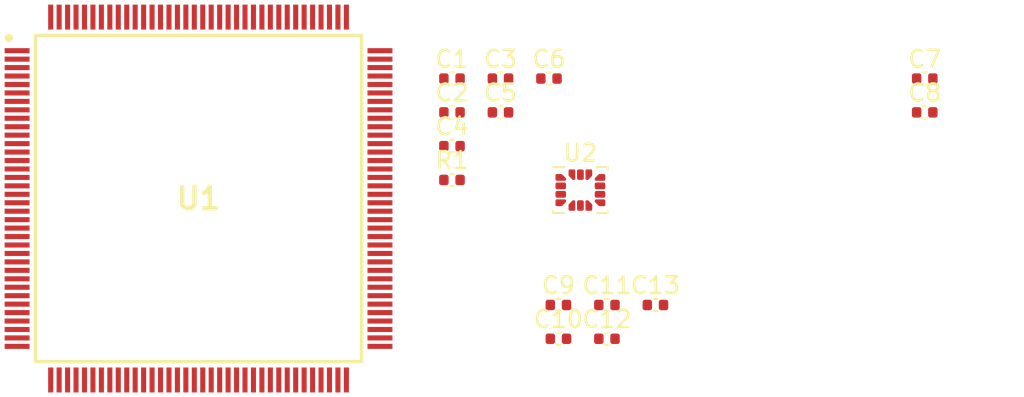
<source format=kicad_pcb>
(kicad_pcb (version 20171130) (host pcbnew "(5.1.12)-1")

  (general
    (thickness 1.6)
    (drawings 0)
    (tracks 0)
    (zones 0)
    (modules 16)
    (nets 137)
  )

  (page A4)
  (layers
    (0 F.Cu signal)
    (31 B.Cu signal)
    (32 B.Adhes user)
    (33 F.Adhes user)
    (34 B.Paste user)
    (35 F.Paste user)
    (36 B.SilkS user)
    (37 F.SilkS user)
    (38 B.Mask user)
    (39 F.Mask user)
    (40 Dwgs.User user)
    (41 Cmts.User user)
    (42 Eco1.User user)
    (43 Eco2.User user)
    (44 Edge.Cuts user)
    (45 Margin user)
    (46 B.CrtYd user)
    (47 F.CrtYd user)
    (48 B.Fab user)
    (49 F.Fab user)
  )

  (setup
    (last_trace_width 0.25)
    (trace_clearance 0.2)
    (zone_clearance 0.508)
    (zone_45_only no)
    (trace_min 0.2)
    (via_size 0.8)
    (via_drill 0.4)
    (via_min_size 0.4)
    (via_min_drill 0.3)
    (uvia_size 0.3)
    (uvia_drill 0.1)
    (uvias_allowed no)
    (uvia_min_size 0.2)
    (uvia_min_drill 0.1)
    (edge_width 0.05)
    (segment_width 0.2)
    (pcb_text_width 0.3)
    (pcb_text_size 1.5 1.5)
    (mod_edge_width 0.12)
    (mod_text_size 1 1)
    (mod_text_width 0.15)
    (pad_size 1.524 1.524)
    (pad_drill 0.762)
    (pad_to_mask_clearance 0)
    (aux_axis_origin 0 0)
    (visible_elements 7FFFFFFF)
    (pcbplotparams
      (layerselection 0x010fc_ffffffff)
      (usegerberextensions false)
      (usegerberattributes true)
      (usegerberadvancedattributes true)
      (creategerberjobfile true)
      (excludeedgelayer true)
      (linewidth 0.100000)
      (plotframeref false)
      (viasonmask false)
      (mode 1)
      (useauxorigin false)
      (hpglpennumber 1)
      (hpglpenspeed 20)
      (hpglpendiameter 15.000000)
      (psnegative false)
      (psa4output false)
      (plotreference true)
      (plotvalue true)
      (plotinvisibletext false)
      (padsonsilk false)
      (subtractmaskfromsilk false)
      (outputformat 1)
      (mirror false)
      (drillshape 1)
      (scaleselection 1)
      (outputdirectory ""))
  )

  (net 0 "")
  (net 1 GND)
  (net 2 VFBSMPS)
  (net 3 +3V3)
  (net 4 VREF)
  (net 5 "Net-(U1-Pad144)")
  (net 6 "Net-(U1-Pad143)")
  (net 7 "Net-(U1-Pad142)")
  (net 8 "Net-(U1-Pad141)")
  (net 9 "Net-(U1-Pad140)")
  (net 10 "Net-(U1-Pad139)")
  (net 11 "Net-(U1-Pad138)")
  (net 12 "Net-(U1-Pad137)")
  (net 13 "Net-(U1-Pad136)")
  (net 14 "Net-(U1-Pad135)")
  (net 15 "Net-(U1-Pad134)")
  (net 16 "Net-(U1-Pad133)")
  (net 17 "Net-(U1-Pad132)")
  (net 18 "Net-(U1-Pad131)")
  (net 19 "Net-(U1-Pad130)")
  (net 20 "Net-(U1-Pad127)")
  (net 21 "Net-(U1-Pad126)")
  (net 22 "Net-(U1-Pad125)")
  (net 23 "Net-(U1-Pad124)")
  (net 24 "Net-(U1-Pad123)")
  (net 25 "Net-(U1-Pad122)")
  (net 26 "Net-(U1-Pad121)")
  (net 27 "Net-(U1-Pad120)")
  (net 28 "Net-(U1-Pad117)")
  (net 29 "Net-(U1-Pad116)")
  (net 30 "Net-(U1-Pad115)")
  (net 31 "Net-(U1-Pad114)")
  (net 32 "Net-(U1-Pad113)")
  (net 33 "Net-(U1-Pad112)")
  (net 34 "Net-(U1-Pad111)")
  (net 35 "Net-(U1-Pad110)")
  (net 36 "Net-(U1-Pad109)")
  (net 37 "Net-(U1-Pad108)")
  (net 38 "Net-(U1-Pad107)")
  (net 39 "Net-(U1-Pad106)")
  (net 40 "Net-(U1-Pad105)")
  (net 41 "Net-(U1-Pad104)")
  (net 42 "Net-(U1-Pad103)")
  (net 43 "Net-(U1-Pad102)")
  (net 44 "Net-(U1-Pad101)")
  (net 45 "Net-(U1-Pad100)")
  (net 46 "Net-(U1-Pad99)")
  (net 47 "Net-(U1-Pad98)")
  (net 48 "Net-(U1-Pad97)")
  (net 49 "Net-(U1-Pad96)")
  (net 50 "Net-(U1-Pad95)")
  (net 51 "Net-(U1-Pad94)")
  (net 52 "Net-(U1-Pad93)")
  (net 53 "Net-(U1-Pad92)")
  (net 54 "Net-(U1-Pad91)")
  (net 55 "Net-(U1-Pad90)")
  (net 56 "Net-(U1-Pad89)")
  (net 57 "Net-(U1-Pad88)")
  (net 58 "Net-(U1-Pad87)")
  (net 59 "Net-(U1-Pad86)")
  (net 60 "Net-(U1-Pad85)")
  (net 61 "Net-(U1-Pad84)")
  (net 62 "Net-(U1-Pad83)")
  (net 63 "Net-(U1-Pad82)")
  (net 64 "Net-(U1-Pad81)")
  (net 65 "Net-(U1-Pad78)")
  (net 66 "Net-(U1-Pad77)")
  (net 67 "Net-(U1-Pad76)")
  (net 68 "Net-(U1-Pad75)")
  (net 69 "Net-(U1-Pad74)")
  (net 70 "Net-(U1-Pad73)")
  (net 71 "Net-(U1-Pad72)")
  (net 72 "Net-(U1-Pad71)")
  (net 73 "Net-(U1-Pad70)")
  (net 74 "Net-(U1-Pad69)")
  (net 75 "Net-(U1-Pad68)")
  (net 76 "Net-(U1-Pad67)")
  (net 77 "Net-(U1-Pad66)")
  (net 78 "Net-(U1-Pad65)")
  (net 79 "Net-(U1-Pad64)")
  (net 80 "Net-(U1-Pad63)")
  (net 81 "Net-(U1-Pad62)")
  (net 82 "Net-(U1-Pad61)")
  (net 83 "Net-(U1-Pad60)")
  (net 84 "Net-(U1-Pad59)")
  (net 85 "Net-(U1-Pad58)")
  (net 86 "Net-(U1-Pad57)")
  (net 87 "Net-(U1-Pad54)")
  (net 88 "Net-(U1-Pad53)")
  (net 89 "Net-(U1-Pad52)")
  (net 90 "Net-(U1-Pad51)")
  (net 91 "Net-(U1-Pad50)")
  (net 92 "Net-(U1-Pad49)")
  (net 93 "Net-(U1-Pad48)")
  (net 94 "Net-(U1-Pad47)")
  (net 95 "Net-(U1-Pad46)")
  (net 96 "Net-(U1-Pad45)")
  (net 97 "Net-(U1-Pad44)")
  (net 98 "Net-(U1-Pad43)")
  (net 99 "Net-(U1-Pad40)")
  (net 100 "Net-(U1-Pad39)")
  (net 101 "Net-(U1-Pad38)")
  (net 102 "Net-(U1-Pad37)")
  (net 103 "Net-(U1-Pad31)")
  (net 104 "Net-(U1-Pad30)")
  (net 105 "Net-(U1-Pad29)")
  (net 106 "Net-(U1-Pad28)")
  (net 107 "Net-(U1-Pad27)")
  (net 108 "Net-(U1-Pad26)")
  (net 109 "Net-(U1-Pad25)")
  (net 110 "Net-(U1-Pad24)")
  (net 111 "Net-(U1-Pad23)")
  (net 112 "Net-(U1-Pad22)")
  (net 113 "Net-(U1-Pad21)")
  (net 114 "Net-(U1-Pad20)")
  (net 115 VLXSMPS)
  (net 116 "Net-(U1-Pad13)")
  (net 117 "Net-(U1-Pad12)")
  (net 118 "Net-(U1-Pad11)")
  (net 119 "Net-(U1-Pad10)")
  (net 120 "Net-(U1-Pad9)")
  (net 121 "Net-(U1-Pad8)")
  (net 122 "Net-(U1-Pad7)")
  (net 123 "Net-(U1-Pad6)")
  (net 124 "Net-(U1-Pad5)")
  (net 125 "Net-(U1-Pad4)")
  (net 126 "Net-(U1-Pad3)")
  (net 127 "Net-(U1-Pad2)")
  (net 128 "Net-(U1-Pad1)")
  (net 129 MOSI)
  (net 130 SCK)
  (net 131 ISM_CS)
  (net 132 "Net-(U2-Pad11)")
  (net 133 "Net-(U2-Pad10)")
  (net 134 ISM_INT_2)
  (net 135 ISM_INT_1)
  (net 136 MISO)

  (net_class Default "This is the default net class."
    (clearance 0.2)
    (trace_width 0.25)
    (via_dia 0.8)
    (via_drill 0.4)
    (uvia_dia 0.3)
    (uvia_drill 0.1)
    (add_net +3V3)
    (add_net GND)
    (add_net ISM_CS)
    (add_net ISM_INT_1)
    (add_net ISM_INT_2)
    (add_net MISO)
    (add_net MOSI)
    (add_net "Net-(U1-Pad1)")
    (add_net "Net-(U1-Pad10)")
    (add_net "Net-(U1-Pad100)")
    (add_net "Net-(U1-Pad101)")
    (add_net "Net-(U1-Pad102)")
    (add_net "Net-(U1-Pad103)")
    (add_net "Net-(U1-Pad104)")
    (add_net "Net-(U1-Pad105)")
    (add_net "Net-(U1-Pad106)")
    (add_net "Net-(U1-Pad107)")
    (add_net "Net-(U1-Pad108)")
    (add_net "Net-(U1-Pad109)")
    (add_net "Net-(U1-Pad11)")
    (add_net "Net-(U1-Pad110)")
    (add_net "Net-(U1-Pad111)")
    (add_net "Net-(U1-Pad112)")
    (add_net "Net-(U1-Pad113)")
    (add_net "Net-(U1-Pad114)")
    (add_net "Net-(U1-Pad115)")
    (add_net "Net-(U1-Pad116)")
    (add_net "Net-(U1-Pad117)")
    (add_net "Net-(U1-Pad12)")
    (add_net "Net-(U1-Pad120)")
    (add_net "Net-(U1-Pad121)")
    (add_net "Net-(U1-Pad122)")
    (add_net "Net-(U1-Pad123)")
    (add_net "Net-(U1-Pad124)")
    (add_net "Net-(U1-Pad125)")
    (add_net "Net-(U1-Pad126)")
    (add_net "Net-(U1-Pad127)")
    (add_net "Net-(U1-Pad13)")
    (add_net "Net-(U1-Pad130)")
    (add_net "Net-(U1-Pad131)")
    (add_net "Net-(U1-Pad132)")
    (add_net "Net-(U1-Pad133)")
    (add_net "Net-(U1-Pad134)")
    (add_net "Net-(U1-Pad135)")
    (add_net "Net-(U1-Pad136)")
    (add_net "Net-(U1-Pad137)")
    (add_net "Net-(U1-Pad138)")
    (add_net "Net-(U1-Pad139)")
    (add_net "Net-(U1-Pad140)")
    (add_net "Net-(U1-Pad141)")
    (add_net "Net-(U1-Pad142)")
    (add_net "Net-(U1-Pad143)")
    (add_net "Net-(U1-Pad144)")
    (add_net "Net-(U1-Pad2)")
    (add_net "Net-(U1-Pad20)")
    (add_net "Net-(U1-Pad21)")
    (add_net "Net-(U1-Pad22)")
    (add_net "Net-(U1-Pad23)")
    (add_net "Net-(U1-Pad24)")
    (add_net "Net-(U1-Pad25)")
    (add_net "Net-(U1-Pad26)")
    (add_net "Net-(U1-Pad27)")
    (add_net "Net-(U1-Pad28)")
    (add_net "Net-(U1-Pad29)")
    (add_net "Net-(U1-Pad3)")
    (add_net "Net-(U1-Pad30)")
    (add_net "Net-(U1-Pad31)")
    (add_net "Net-(U1-Pad37)")
    (add_net "Net-(U1-Pad38)")
    (add_net "Net-(U1-Pad39)")
    (add_net "Net-(U1-Pad4)")
    (add_net "Net-(U1-Pad40)")
    (add_net "Net-(U1-Pad43)")
    (add_net "Net-(U1-Pad44)")
    (add_net "Net-(U1-Pad45)")
    (add_net "Net-(U1-Pad46)")
    (add_net "Net-(U1-Pad47)")
    (add_net "Net-(U1-Pad48)")
    (add_net "Net-(U1-Pad49)")
    (add_net "Net-(U1-Pad5)")
    (add_net "Net-(U1-Pad50)")
    (add_net "Net-(U1-Pad51)")
    (add_net "Net-(U1-Pad52)")
    (add_net "Net-(U1-Pad53)")
    (add_net "Net-(U1-Pad54)")
    (add_net "Net-(U1-Pad57)")
    (add_net "Net-(U1-Pad58)")
    (add_net "Net-(U1-Pad59)")
    (add_net "Net-(U1-Pad6)")
    (add_net "Net-(U1-Pad60)")
    (add_net "Net-(U1-Pad61)")
    (add_net "Net-(U1-Pad62)")
    (add_net "Net-(U1-Pad63)")
    (add_net "Net-(U1-Pad64)")
    (add_net "Net-(U1-Pad65)")
    (add_net "Net-(U1-Pad66)")
    (add_net "Net-(U1-Pad67)")
    (add_net "Net-(U1-Pad68)")
    (add_net "Net-(U1-Pad69)")
    (add_net "Net-(U1-Pad7)")
    (add_net "Net-(U1-Pad70)")
    (add_net "Net-(U1-Pad71)")
    (add_net "Net-(U1-Pad72)")
    (add_net "Net-(U1-Pad73)")
    (add_net "Net-(U1-Pad74)")
    (add_net "Net-(U1-Pad75)")
    (add_net "Net-(U1-Pad76)")
    (add_net "Net-(U1-Pad77)")
    (add_net "Net-(U1-Pad78)")
    (add_net "Net-(U1-Pad8)")
    (add_net "Net-(U1-Pad81)")
    (add_net "Net-(U1-Pad82)")
    (add_net "Net-(U1-Pad83)")
    (add_net "Net-(U1-Pad84)")
    (add_net "Net-(U1-Pad85)")
    (add_net "Net-(U1-Pad86)")
    (add_net "Net-(U1-Pad87)")
    (add_net "Net-(U1-Pad88)")
    (add_net "Net-(U1-Pad89)")
    (add_net "Net-(U1-Pad9)")
    (add_net "Net-(U1-Pad90)")
    (add_net "Net-(U1-Pad91)")
    (add_net "Net-(U1-Pad92)")
    (add_net "Net-(U1-Pad93)")
    (add_net "Net-(U1-Pad94)")
    (add_net "Net-(U1-Pad95)")
    (add_net "Net-(U1-Pad96)")
    (add_net "Net-(U1-Pad97)")
    (add_net "Net-(U1-Pad98)")
    (add_net "Net-(U1-Pad99)")
    (add_net "Net-(U2-Pad10)")
    (add_net "Net-(U2-Pad11)")
    (add_net SCK)
    (add_net VFBSMPS)
    (add_net VLXSMPS)
    (add_net VREF)
  )

  (module Capacitor_SMD:C_0402_1005Metric (layer F.Cu) (tedit 5F68FEEE) (tstamp 64516D9E)
    (at 162.84 77.2)
    (descr "Capacitor SMD 0402 (1005 Metric), square (rectangular) end terminal, IPC_7351 nominal, (Body size source: IPC-SM-782 page 76, https://www.pcb-3d.com/wordpress/wp-content/uploads/ipc-sm-782a_amendment_1_and_2.pdf), generated with kicad-footprint-generator")
    (tags capacitor)
    (path /644504EC/64526BE2)
    (attr smd)
    (fp_text reference C13 (at 0 -1.16) (layer F.SilkS)
      (effects (font (size 1 1) (thickness 0.15)))
    )
    (fp_text value C (at 0 1.16) (layer F.Fab)
      (effects (font (size 1 1) (thickness 0.15)))
    )
    (fp_text user %R (at 0 0) (layer F.Fab)
      (effects (font (size 0.25 0.25) (thickness 0.04)))
    )
    (fp_line (start -0.5 0.25) (end -0.5 -0.25) (layer F.Fab) (width 0.1))
    (fp_line (start -0.5 -0.25) (end 0.5 -0.25) (layer F.Fab) (width 0.1))
    (fp_line (start 0.5 -0.25) (end 0.5 0.25) (layer F.Fab) (width 0.1))
    (fp_line (start 0.5 0.25) (end -0.5 0.25) (layer F.Fab) (width 0.1))
    (fp_line (start -0.107836 -0.36) (end 0.107836 -0.36) (layer F.SilkS) (width 0.12))
    (fp_line (start -0.107836 0.36) (end 0.107836 0.36) (layer F.SilkS) (width 0.12))
    (fp_line (start -0.91 0.46) (end -0.91 -0.46) (layer F.CrtYd) (width 0.05))
    (fp_line (start -0.91 -0.46) (end 0.91 -0.46) (layer F.CrtYd) (width 0.05))
    (fp_line (start 0.91 -0.46) (end 0.91 0.46) (layer F.CrtYd) (width 0.05))
    (fp_line (start 0.91 0.46) (end -0.91 0.46) (layer F.CrtYd) (width 0.05))
    (pad 2 smd roundrect (at 0.48 0) (size 0.56 0.62) (layers F.Cu F.Paste F.Mask) (roundrect_rratio 0.25)
      (net 1 GND))
    (pad 1 smd roundrect (at -0.48 0) (size 0.56 0.62) (layers F.Cu F.Paste F.Mask) (roundrect_rratio 0.25)
      (net 3 +3V3))
    (model ${KISYS3DMOD}/Capacitor_SMD.3dshapes/C_0402_1005Metric.wrl
      (at (xyz 0 0 0))
      (scale (xyz 1 1 1))
      (rotate (xyz 0 0 0))
    )
  )

  (module Capacitor_SMD:C_0402_1005Metric (layer F.Cu) (tedit 5F68FEEE) (tstamp 64516D8D)
    (at 159.97 79.2)
    (descr "Capacitor SMD 0402 (1005 Metric), square (rectangular) end terminal, IPC_7351 nominal, (Body size source: IPC-SM-782 page 76, https://www.pcb-3d.com/wordpress/wp-content/uploads/ipc-sm-782a_amendment_1_and_2.pdf), generated with kicad-footprint-generator")
    (tags capacitor)
    (path /644504EC/64523DA2)
    (attr smd)
    (fp_text reference C12 (at 0 -1.16) (layer F.SilkS)
      (effects (font (size 1 1) (thickness 0.15)))
    )
    (fp_text value C (at 0 1.16) (layer F.Fab)
      (effects (font (size 1 1) (thickness 0.15)))
    )
    (fp_text user %R (at 0 0) (layer F.Fab)
      (effects (font (size 0.25 0.25) (thickness 0.04)))
    )
    (fp_line (start -0.5 0.25) (end -0.5 -0.25) (layer F.Fab) (width 0.1))
    (fp_line (start -0.5 -0.25) (end 0.5 -0.25) (layer F.Fab) (width 0.1))
    (fp_line (start 0.5 -0.25) (end 0.5 0.25) (layer F.Fab) (width 0.1))
    (fp_line (start 0.5 0.25) (end -0.5 0.25) (layer F.Fab) (width 0.1))
    (fp_line (start -0.107836 -0.36) (end 0.107836 -0.36) (layer F.SilkS) (width 0.12))
    (fp_line (start -0.107836 0.36) (end 0.107836 0.36) (layer F.SilkS) (width 0.12))
    (fp_line (start -0.91 0.46) (end -0.91 -0.46) (layer F.CrtYd) (width 0.05))
    (fp_line (start -0.91 -0.46) (end 0.91 -0.46) (layer F.CrtYd) (width 0.05))
    (fp_line (start 0.91 -0.46) (end 0.91 0.46) (layer F.CrtYd) (width 0.05))
    (fp_line (start 0.91 0.46) (end -0.91 0.46) (layer F.CrtYd) (width 0.05))
    (pad 2 smd roundrect (at 0.48 0) (size 0.56 0.62) (layers F.Cu F.Paste F.Mask) (roundrect_rratio 0.25)
      (net 1 GND))
    (pad 1 smd roundrect (at -0.48 0) (size 0.56 0.62) (layers F.Cu F.Paste F.Mask) (roundrect_rratio 0.25)
      (net 3 +3V3))
    (model ${KISYS3DMOD}/Capacitor_SMD.3dshapes/C_0402_1005Metric.wrl
      (at (xyz 0 0 0))
      (scale (xyz 1 1 1))
      (rotate (xyz 0 0 0))
    )
  )

  (module Capacitor_SMD:C_0402_1005Metric (layer F.Cu) (tedit 5F68FEEE) (tstamp 64516D7C)
    (at 159.97 77.2)
    (descr "Capacitor SMD 0402 (1005 Metric), square (rectangular) end terminal, IPC_7351 nominal, (Body size source: IPC-SM-782 page 76, https://www.pcb-3d.com/wordpress/wp-content/uploads/ipc-sm-782a_amendment_1_and_2.pdf), generated with kicad-footprint-generator")
    (tags capacitor)
    (path /644504EC/64529F98)
    (attr smd)
    (fp_text reference C11 (at 0 -1.16) (layer F.SilkS)
      (effects (font (size 1 1) (thickness 0.15)))
    )
    (fp_text value C (at 0 1.16) (layer F.Fab)
      (effects (font (size 1 1) (thickness 0.15)))
    )
    (fp_text user %R (at 0 0) (layer F.Fab)
      (effects (font (size 0.25 0.25) (thickness 0.04)))
    )
    (fp_line (start -0.5 0.25) (end -0.5 -0.25) (layer F.Fab) (width 0.1))
    (fp_line (start -0.5 -0.25) (end 0.5 -0.25) (layer F.Fab) (width 0.1))
    (fp_line (start 0.5 -0.25) (end 0.5 0.25) (layer F.Fab) (width 0.1))
    (fp_line (start 0.5 0.25) (end -0.5 0.25) (layer F.Fab) (width 0.1))
    (fp_line (start -0.107836 -0.36) (end 0.107836 -0.36) (layer F.SilkS) (width 0.12))
    (fp_line (start -0.107836 0.36) (end 0.107836 0.36) (layer F.SilkS) (width 0.12))
    (fp_line (start -0.91 0.46) (end -0.91 -0.46) (layer F.CrtYd) (width 0.05))
    (fp_line (start -0.91 -0.46) (end 0.91 -0.46) (layer F.CrtYd) (width 0.05))
    (fp_line (start 0.91 -0.46) (end 0.91 0.46) (layer F.CrtYd) (width 0.05))
    (fp_line (start 0.91 0.46) (end -0.91 0.46) (layer F.CrtYd) (width 0.05))
    (pad 2 smd roundrect (at 0.48 0) (size 0.56 0.62) (layers F.Cu F.Paste F.Mask) (roundrect_rratio 0.25)
      (net 1 GND))
    (pad 1 smd roundrect (at -0.48 0) (size 0.56 0.62) (layers F.Cu F.Paste F.Mask) (roundrect_rratio 0.25)
      (net 3 +3V3))
    (model ${KISYS3DMOD}/Capacitor_SMD.3dshapes/C_0402_1005Metric.wrl
      (at (xyz 0 0 0))
      (scale (xyz 1 1 1))
      (rotate (xyz 0 0 0))
    )
  )

  (module Capacitor_SMD:C_0402_1005Metric (layer F.Cu) (tedit 5F68FEEE) (tstamp 64516D6B)
    (at 157.1 79.2)
    (descr "Capacitor SMD 0402 (1005 Metric), square (rectangular) end terminal, IPC_7351 nominal, (Body size source: IPC-SM-782 page 76, https://www.pcb-3d.com/wordpress/wp-content/uploads/ipc-sm-782a_amendment_1_and_2.pdf), generated with kicad-footprint-generator")
    (tags capacitor)
    (path /644504EC/6451B0E4)
    (attr smd)
    (fp_text reference C10 (at 0 -1.16) (layer F.SilkS)
      (effects (font (size 1 1) (thickness 0.15)))
    )
    (fp_text value C (at 0 1.16) (layer F.Fab)
      (effects (font (size 1 1) (thickness 0.15)))
    )
    (fp_text user %R (at 0 0) (layer F.Fab)
      (effects (font (size 0.25 0.25) (thickness 0.04)))
    )
    (fp_line (start -0.5 0.25) (end -0.5 -0.25) (layer F.Fab) (width 0.1))
    (fp_line (start -0.5 -0.25) (end 0.5 -0.25) (layer F.Fab) (width 0.1))
    (fp_line (start 0.5 -0.25) (end 0.5 0.25) (layer F.Fab) (width 0.1))
    (fp_line (start 0.5 0.25) (end -0.5 0.25) (layer F.Fab) (width 0.1))
    (fp_line (start -0.107836 -0.36) (end 0.107836 -0.36) (layer F.SilkS) (width 0.12))
    (fp_line (start -0.107836 0.36) (end 0.107836 0.36) (layer F.SilkS) (width 0.12))
    (fp_line (start -0.91 0.46) (end -0.91 -0.46) (layer F.CrtYd) (width 0.05))
    (fp_line (start -0.91 -0.46) (end 0.91 -0.46) (layer F.CrtYd) (width 0.05))
    (fp_line (start 0.91 -0.46) (end 0.91 0.46) (layer F.CrtYd) (width 0.05))
    (fp_line (start 0.91 0.46) (end -0.91 0.46) (layer F.CrtYd) (width 0.05))
    (pad 2 smd roundrect (at 0.48 0) (size 0.56 0.62) (layers F.Cu F.Paste F.Mask) (roundrect_rratio 0.25)
      (net 1 GND))
    (pad 1 smd roundrect (at -0.48 0) (size 0.56 0.62) (layers F.Cu F.Paste F.Mask) (roundrect_rratio 0.25)
      (net 3 +3V3))
    (model ${KISYS3DMOD}/Capacitor_SMD.3dshapes/C_0402_1005Metric.wrl
      (at (xyz 0 0 0))
      (scale (xyz 1 1 1))
      (rotate (xyz 0 0 0))
    )
  )

  (module Capacitor_SMD:C_0402_1005Metric (layer F.Cu) (tedit 5F68FEEE) (tstamp 64516D5A)
    (at 157.1 77.2)
    (descr "Capacitor SMD 0402 (1005 Metric), square (rectangular) end terminal, IPC_7351 nominal, (Body size source: IPC-SM-782 page 76, https://www.pcb-3d.com/wordpress/wp-content/uploads/ipc-sm-782a_amendment_1_and_2.pdf), generated with kicad-footprint-generator")
    (tags capacitor)
    (path /644504EC/6452CF6E)
    (attr smd)
    (fp_text reference C9 (at 0 -1.16) (layer F.SilkS)
      (effects (font (size 1 1) (thickness 0.15)))
    )
    (fp_text value C (at 0 1.16) (layer F.Fab)
      (effects (font (size 1 1) (thickness 0.15)))
    )
    (fp_text user %R (at 0 0) (layer F.Fab)
      (effects (font (size 0.25 0.25) (thickness 0.04)))
    )
    (fp_line (start -0.5 0.25) (end -0.5 -0.25) (layer F.Fab) (width 0.1))
    (fp_line (start -0.5 -0.25) (end 0.5 -0.25) (layer F.Fab) (width 0.1))
    (fp_line (start 0.5 -0.25) (end 0.5 0.25) (layer F.Fab) (width 0.1))
    (fp_line (start 0.5 0.25) (end -0.5 0.25) (layer F.Fab) (width 0.1))
    (fp_line (start -0.107836 -0.36) (end 0.107836 -0.36) (layer F.SilkS) (width 0.12))
    (fp_line (start -0.107836 0.36) (end 0.107836 0.36) (layer F.SilkS) (width 0.12))
    (fp_line (start -0.91 0.46) (end -0.91 -0.46) (layer F.CrtYd) (width 0.05))
    (fp_line (start -0.91 -0.46) (end 0.91 -0.46) (layer F.CrtYd) (width 0.05))
    (fp_line (start 0.91 -0.46) (end 0.91 0.46) (layer F.CrtYd) (width 0.05))
    (fp_line (start 0.91 0.46) (end -0.91 0.46) (layer F.CrtYd) (width 0.05))
    (pad 2 smd roundrect (at 0.48 0) (size 0.56 0.62) (layers F.Cu F.Paste F.Mask) (roundrect_rratio 0.25)
      (net 1 GND))
    (pad 1 smd roundrect (at -0.48 0) (size 0.56 0.62) (layers F.Cu F.Paste F.Mask) (roundrect_rratio 0.25)
      (net 3 +3V3))
    (model ${KISYS3DMOD}/Capacitor_SMD.3dshapes/C_0402_1005Metric.wrl
      (at (xyz 0 0 0))
      (scale (xyz 1 1 1))
      (rotate (xyz 0 0 0))
    )
  )

  (module Package_LGA:LGA-14_3x2.5mm_P0.5mm_LayoutBorder3x4y (layer F.Cu) (tedit 5D9F7937) (tstamp 6451233A)
    (at 158.4 70.4)
    (descr "LGA, 14 Pin (http://www.st.com/resource/en/datasheet/lsm6ds3.pdf), generated with kicad-footprint-generator ipc_noLead_generator.py")
    (tags "LGA NoLead")
    (path /64512A12/6451454B)
    (attr smd)
    (fp_text reference U2 (at 0 -2.2) (layer F.SilkS)
      (effects (font (size 1 1) (thickness 0.15)))
    )
    (fp_text value ISM330ISN (at 0 2.2) (layer F.Fab)
      (effects (font (size 1 1) (thickness 0.15)))
    )
    (fp_line (start 1.75 -1.5) (end -1.75 -1.5) (layer F.CrtYd) (width 0.05))
    (fp_line (start 1.75 1.5) (end 1.75 -1.5) (layer F.CrtYd) (width 0.05))
    (fp_line (start -1.75 1.5) (end 1.75 1.5) (layer F.CrtYd) (width 0.05))
    (fp_line (start -1.75 -1.5) (end -1.75 1.5) (layer F.CrtYd) (width 0.05))
    (fp_line (start -1.5 -0.625) (end -0.875 -1.25) (layer F.Fab) (width 0.1))
    (fp_line (start -1.5 1.25) (end -1.5 -0.625) (layer F.Fab) (width 0.1))
    (fp_line (start 1.5 1.25) (end -1.5 1.25) (layer F.Fab) (width 0.1))
    (fp_line (start 1.5 -1.25) (end 1.5 1.25) (layer F.Fab) (width 0.1))
    (fp_line (start -0.875 -1.25) (end 1.5 -1.25) (layer F.Fab) (width 0.1))
    (fp_line (start -0.96 -1.36) (end -1.61 -1.36) (layer F.SilkS) (width 0.12))
    (fp_line (start 1.61 1.36) (end 1.61 1.21) (layer F.SilkS) (width 0.12))
    (fp_line (start 0.96 1.36) (end 1.61 1.36) (layer F.SilkS) (width 0.12))
    (fp_line (start -1.61 1.36) (end -1.61 1.21) (layer F.SilkS) (width 0.12))
    (fp_line (start -0.96 1.36) (end -1.61 1.36) (layer F.SilkS) (width 0.12))
    (fp_line (start 1.61 -1.36) (end 1.61 -1.21) (layer F.SilkS) (width 0.12))
    (fp_line (start 0.96 -1.36) (end 1.61 -1.36) (layer F.SilkS) (width 0.12))
    (fp_text user %R (at 0 0) (layer F.Fab)
      (effects (font (size 0.75 0.75) (thickness 0.11)))
    )
    (pad 14 smd custom (at -0.5 -0.9125) (size 0.223223 0.223223) (layers F.Cu F.Paste F.Mask)
      (net 129 MOSI)
      (options (clearance outline) (anchor circle))
      (primitives
        (gr_poly (pts
           (xy -0.125 -0.2375) (xy 0.125 -0.2375) (xy 0.125 0.2375) (xy 0.081066 0.2375) (xy -0.125 0.031434)
) (width 0.15))
      ))
    (pad 13 smd roundrect (at 0 -0.9125) (size 0.4 0.625) (layers F.Cu F.Paste F.Mask) (roundrect_rratio 0.25)
      (net 130 SCK))
    (pad 12 smd custom (at 0.5 -0.9125) (size 0.223223 0.223223) (layers F.Cu F.Paste F.Mask)
      (net 131 ISM_CS)
      (options (clearance outline) (anchor circle))
      (primitives
        (gr_poly (pts
           (xy -0.125 -0.2375) (xy 0.125 -0.2375) (xy 0.125 0.031434) (xy -0.081066 0.2375) (xy -0.125 0.2375)
) (width 0.15))
      ))
    (pad 11 smd custom (at 1.1625 -0.75) (size 0.223223 0.223223) (layers F.Cu F.Paste F.Mask)
      (net 132 "Net-(U2-Pad11)")
      (options (clearance outline) (anchor circle))
      (primitives
        (gr_poly (pts
           (xy -0.2375 0.081066) (xy -0.031434 -0.125) (xy 0.2375 -0.125) (xy 0.2375 0.125) (xy -0.2375 0.125)
) (width 0.15))
      ))
    (pad 10 smd roundrect (at 1.1625 -0.25) (size 0.625 0.4) (layers F.Cu F.Paste F.Mask) (roundrect_rratio 0.25)
      (net 133 "Net-(U2-Pad10)"))
    (pad 9 smd roundrect (at 1.1625 0.25) (size 0.625 0.4) (layers F.Cu F.Paste F.Mask) (roundrect_rratio 0.25)
      (net 134 ISM_INT_2))
    (pad 8 smd custom (at 1.1625 0.75) (size 0.223223 0.223223) (layers F.Cu F.Paste F.Mask)
      (net 3 +3V3)
      (options (clearance outline) (anchor circle))
      (primitives
        (gr_poly (pts
           (xy -0.2375 -0.125) (xy 0.2375 -0.125) (xy 0.2375 0.125) (xy -0.031434 0.125) (xy -0.2375 -0.081066)
) (width 0.15))
      ))
    (pad 7 smd custom (at 0.5 0.9125) (size 0.223223 0.223223) (layers F.Cu F.Paste F.Mask)
      (net 1 GND)
      (options (clearance outline) (anchor circle))
      (primitives
        (gr_poly (pts
           (xy -0.125 -0.2375) (xy -0.081066 -0.2375) (xy 0.125 -0.031434) (xy 0.125 0.2375) (xy -0.125 0.2375)
) (width 0.15))
      ))
    (pad 6 smd roundrect (at 0 0.9125) (size 0.4 0.625) (layers F.Cu F.Paste F.Mask) (roundrect_rratio 0.25)
      (net 1 GND))
    (pad 5 smd custom (at -0.5 0.9125) (size 0.223223 0.223223) (layers F.Cu F.Paste F.Mask)
      (net 3 +3V3)
      (options (clearance outline) (anchor circle))
      (primitives
        (gr_poly (pts
           (xy -0.125 -0.031434) (xy 0.081066 -0.2375) (xy 0.125 -0.2375) (xy 0.125 0.2375) (xy -0.125 0.2375)
) (width 0.15))
      ))
    (pad 4 smd custom (at -1.1625 0.75) (size 0.223223 0.223223) (layers F.Cu F.Paste F.Mask)
      (net 135 ISM_INT_1)
      (options (clearance outline) (anchor circle))
      (primitives
        (gr_poly (pts
           (xy -0.2375 -0.125) (xy 0.2375 -0.125) (xy 0.2375 -0.081066) (xy 0.031434 0.125) (xy -0.2375 0.125)
) (width 0.15))
      ))
    (pad 3 smd roundrect (at -1.1625 0.25) (size 0.625 0.4) (layers F.Cu F.Paste F.Mask) (roundrect_rratio 0.25)
      (net 1 GND))
    (pad 2 smd roundrect (at -1.1625 -0.25) (size 0.625 0.4) (layers F.Cu F.Paste F.Mask) (roundrect_rratio 0.25)
      (net 1 GND))
    (pad 1 smd custom (at -1.1625 -0.75) (size 0.223223 0.223223) (layers F.Cu F.Paste F.Mask)
      (net 136 MISO)
      (options (clearance outline) (anchor circle))
      (primitives
        (gr_poly (pts
           (xy -0.2375 -0.125) (xy 0.031434 -0.125) (xy 0.2375 0.081066) (xy 0.2375 0.125) (xy -0.2375 0.125)
) (width 0.15))
      ))
    (model ${KISYS3DMOD}/Package_LGA.3dshapes/LGA-14_3x2.5mm_P0.5mm_LayoutBorder3x4y.wrl
      (at (xyz 0 0 0))
      (scale (xyz 1 1 1))
      (rotate (xyz 0 0 0))
    )
  )

  (module C5V1:QFP50P2200X2200X160-144N (layer F.Cu) (tedit 0) (tstamp 64512317)
    (at 135.8 70.9)
    (descr "LQFP 144 20x20x1.4 mm")
    (tags "Integrated Circuit")
    (path /644504EC/64450802)
    (attr smd)
    (fp_text reference U1 (at 0 0) (layer F.SilkS)
      (effects (font (size 1.27 1.27) (thickness 0.254)))
    )
    (fp_text value STM32H725ZGT6 (at 0 0) (layer F.SilkS) hide
      (effects (font (size 1.27 1.27) (thickness 0.254)))
    )
    (fp_circle (center -11.225 -9.5) (end -11.225 -9.375) (layer F.SilkS) (width 0.25))
    (fp_line (start -9.65 9.65) (end -9.65 -9.65) (layer F.SilkS) (width 0.2))
    (fp_line (start 9.65 9.65) (end -9.65 9.65) (layer F.SilkS) (width 0.2))
    (fp_line (start 9.65 -9.65) (end 9.65 9.65) (layer F.SilkS) (width 0.2))
    (fp_line (start -9.65 -9.65) (end 9.65 -9.65) (layer F.SilkS) (width 0.2))
    (fp_line (start -10 -9.5) (end -9.5 -10) (layer F.Fab) (width 0.1))
    (fp_line (start -10 10) (end -10 -10) (layer F.Fab) (width 0.1))
    (fp_line (start 10 10) (end -10 10) (layer F.Fab) (width 0.1))
    (fp_line (start 10 -10) (end 10 10) (layer F.Fab) (width 0.1))
    (fp_line (start -10 -10) (end 10 -10) (layer F.Fab) (width 0.1))
    (fp_line (start -11.725 11.725) (end -11.725 -11.725) (layer F.CrtYd) (width 0.05))
    (fp_line (start 11.725 11.725) (end -11.725 11.725) (layer F.CrtYd) (width 0.05))
    (fp_line (start 11.725 -11.725) (end 11.725 11.725) (layer F.CrtYd) (width 0.05))
    (fp_line (start -11.725 -11.725) (end 11.725 -11.725) (layer F.CrtYd) (width 0.05))
    (fp_text user %R (at 0 0) (layer F.Fab)
      (effects (font (size 1.27 1.27) (thickness 0.254)))
    )
    (pad 144 smd rect (at -8.75 -10.738) (size 0.3 1.475) (layers F.Cu F.Paste F.Mask)
      (net 5 "Net-(U1-Pad144)"))
    (pad 143 smd rect (at -8.25 -10.738) (size 0.3 1.475) (layers F.Cu F.Paste F.Mask)
      (net 6 "Net-(U1-Pad143)"))
    (pad 142 smd rect (at -7.75 -10.738) (size 0.3 1.475) (layers F.Cu F.Paste F.Mask)
      (net 7 "Net-(U1-Pad142)"))
    (pad 141 smd rect (at -7.25 -10.738) (size 0.3 1.475) (layers F.Cu F.Paste F.Mask)
      (net 8 "Net-(U1-Pad141)"))
    (pad 140 smd rect (at -6.75 -10.738) (size 0.3 1.475) (layers F.Cu F.Paste F.Mask)
      (net 9 "Net-(U1-Pad140)"))
    (pad 139 smd rect (at -6.25 -10.738) (size 0.3 1.475) (layers F.Cu F.Paste F.Mask)
      (net 10 "Net-(U1-Pad139)"))
    (pad 138 smd rect (at -5.75 -10.738) (size 0.3 1.475) (layers F.Cu F.Paste F.Mask)
      (net 11 "Net-(U1-Pad138)"))
    (pad 137 smd rect (at -5.25 -10.738) (size 0.3 1.475) (layers F.Cu F.Paste F.Mask)
      (net 12 "Net-(U1-Pad137)"))
    (pad 136 smd rect (at -4.75 -10.738) (size 0.3 1.475) (layers F.Cu F.Paste F.Mask)
      (net 13 "Net-(U1-Pad136)"))
    (pad 135 smd rect (at -4.25 -10.738) (size 0.3 1.475) (layers F.Cu F.Paste F.Mask)
      (net 14 "Net-(U1-Pad135)"))
    (pad 134 smd rect (at -3.75 -10.738) (size 0.3 1.475) (layers F.Cu F.Paste F.Mask)
      (net 15 "Net-(U1-Pad134)"))
    (pad 133 smd rect (at -3.25 -10.738) (size 0.3 1.475) (layers F.Cu F.Paste F.Mask)
      (net 16 "Net-(U1-Pad133)"))
    (pad 132 smd rect (at -2.75 -10.738) (size 0.3 1.475) (layers F.Cu F.Paste F.Mask)
      (net 17 "Net-(U1-Pad132)"))
    (pad 131 smd rect (at -2.25 -10.738) (size 0.3 1.475) (layers F.Cu F.Paste F.Mask)
      (net 18 "Net-(U1-Pad131)"))
    (pad 130 smd rect (at -1.75 -10.738) (size 0.3 1.475) (layers F.Cu F.Paste F.Mask)
      (net 19 "Net-(U1-Pad130)"))
    (pad 129 smd rect (at -1.25 -10.738) (size 0.3 1.475) (layers F.Cu F.Paste F.Mask)
      (net 3 +3V3))
    (pad 128 smd rect (at -0.75 -10.738) (size 0.3 1.475) (layers F.Cu F.Paste F.Mask)
      (net 1 GND))
    (pad 127 smd rect (at -0.25 -10.738) (size 0.3 1.475) (layers F.Cu F.Paste F.Mask)
      (net 20 "Net-(U1-Pad127)"))
    (pad 126 smd rect (at 0.25 -10.738) (size 0.3 1.475) (layers F.Cu F.Paste F.Mask)
      (net 21 "Net-(U1-Pad126)"))
    (pad 125 smd rect (at 0.75 -10.738) (size 0.3 1.475) (layers F.Cu F.Paste F.Mask)
      (net 22 "Net-(U1-Pad125)"))
    (pad 124 smd rect (at 1.25 -10.738) (size 0.3 1.475) (layers F.Cu F.Paste F.Mask)
      (net 23 "Net-(U1-Pad124)"))
    (pad 123 smd rect (at 1.75 -10.738) (size 0.3 1.475) (layers F.Cu F.Paste F.Mask)
      (net 24 "Net-(U1-Pad123)"))
    (pad 122 smd rect (at 2.25 -10.738) (size 0.3 1.475) (layers F.Cu F.Paste F.Mask)
      (net 25 "Net-(U1-Pad122)"))
    (pad 121 smd rect (at 2.75 -10.738) (size 0.3 1.475) (layers F.Cu F.Paste F.Mask)
      (net 26 "Net-(U1-Pad121)"))
    (pad 120 smd rect (at 3.25 -10.738) (size 0.3 1.475) (layers F.Cu F.Paste F.Mask)
      (net 27 "Net-(U1-Pad120)"))
    (pad 119 smd rect (at 3.75 -10.738) (size 0.3 1.475) (layers F.Cu F.Paste F.Mask)
      (net 3 +3V3))
    (pad 118 smd rect (at 4.25 -10.738) (size 0.3 1.475) (layers F.Cu F.Paste F.Mask)
      (net 1 GND))
    (pad 117 smd rect (at 4.75 -10.738) (size 0.3 1.475) (layers F.Cu F.Paste F.Mask)
      (net 28 "Net-(U1-Pad117)"))
    (pad 116 smd rect (at 5.25 -10.738) (size 0.3 1.475) (layers F.Cu F.Paste F.Mask)
      (net 29 "Net-(U1-Pad116)"))
    (pad 115 smd rect (at 5.75 -10.738) (size 0.3 1.475) (layers F.Cu F.Paste F.Mask)
      (net 30 "Net-(U1-Pad115)"))
    (pad 114 smd rect (at 6.25 -10.738) (size 0.3 1.475) (layers F.Cu F.Paste F.Mask)
      (net 31 "Net-(U1-Pad114)"))
    (pad 113 smd rect (at 6.75 -10.738) (size 0.3 1.475) (layers F.Cu F.Paste F.Mask)
      (net 32 "Net-(U1-Pad113)"))
    (pad 112 smd rect (at 7.25 -10.738) (size 0.3 1.475) (layers F.Cu F.Paste F.Mask)
      (net 33 "Net-(U1-Pad112)"))
    (pad 111 smd rect (at 7.75 -10.738) (size 0.3 1.475) (layers F.Cu F.Paste F.Mask)
      (net 34 "Net-(U1-Pad111)"))
    (pad 110 smd rect (at 8.25 -10.738) (size 0.3 1.475) (layers F.Cu F.Paste F.Mask)
      (net 35 "Net-(U1-Pad110)"))
    (pad 109 smd rect (at 8.75 -10.738) (size 0.3 1.475) (layers F.Cu F.Paste F.Mask)
      (net 36 "Net-(U1-Pad109)"))
    (pad 108 smd rect (at 10.738 -8.75 90) (size 0.3 1.475) (layers F.Cu F.Paste F.Mask)
      (net 37 "Net-(U1-Pad108)"))
    (pad 107 smd rect (at 10.738 -8.25 90) (size 0.3 1.475) (layers F.Cu F.Paste F.Mask)
      (net 38 "Net-(U1-Pad107)"))
    (pad 106 smd rect (at 10.738 -7.75 90) (size 0.3 1.475) (layers F.Cu F.Paste F.Mask)
      (net 39 "Net-(U1-Pad106)"))
    (pad 105 smd rect (at 10.738 -7.25 90) (size 0.3 1.475) (layers F.Cu F.Paste F.Mask)
      (net 40 "Net-(U1-Pad105)"))
    (pad 104 smd rect (at 10.738 -6.75 90) (size 0.3 1.475) (layers F.Cu F.Paste F.Mask)
      (net 41 "Net-(U1-Pad104)"))
    (pad 103 smd rect (at 10.738 -6.25 90) (size 0.3 1.475) (layers F.Cu F.Paste F.Mask)
      (net 42 "Net-(U1-Pad103)"))
    (pad 102 smd rect (at 10.738 -5.75 90) (size 0.3 1.475) (layers F.Cu F.Paste F.Mask)
      (net 43 "Net-(U1-Pad102)"))
    (pad 101 smd rect (at 10.738 -5.25 90) (size 0.3 1.475) (layers F.Cu F.Paste F.Mask)
      (net 44 "Net-(U1-Pad101)"))
    (pad 100 smd rect (at 10.738 -4.75 90) (size 0.3 1.475) (layers F.Cu F.Paste F.Mask)
      (net 45 "Net-(U1-Pad100)"))
    (pad 99 smd rect (at 10.738 -4.25 90) (size 0.3 1.475) (layers F.Cu F.Paste F.Mask)
      (net 46 "Net-(U1-Pad99)"))
    (pad 98 smd rect (at 10.738 -3.75 90) (size 0.3 1.475) (layers F.Cu F.Paste F.Mask)
      (net 47 "Net-(U1-Pad98)"))
    (pad 97 smd rect (at 10.738 -3.25 90) (size 0.3 1.475) (layers F.Cu F.Paste F.Mask)
      (net 48 "Net-(U1-Pad97)"))
    (pad 96 smd rect (at 10.738 -2.75 90) (size 0.3 1.475) (layers F.Cu F.Paste F.Mask)
      (net 49 "Net-(U1-Pad96)"))
    (pad 95 smd rect (at 10.738 -2.25 90) (size 0.3 1.475) (layers F.Cu F.Paste F.Mask)
      (net 50 "Net-(U1-Pad95)"))
    (pad 94 smd rect (at 10.738 -1.75 90) (size 0.3 1.475) (layers F.Cu F.Paste F.Mask)
      (net 51 "Net-(U1-Pad94)"))
    (pad 93 smd rect (at 10.738 -1.25 90) (size 0.3 1.475) (layers F.Cu F.Paste F.Mask)
      (net 52 "Net-(U1-Pad93)"))
    (pad 92 smd rect (at 10.738 -0.75 90) (size 0.3 1.475) (layers F.Cu F.Paste F.Mask)
      (net 53 "Net-(U1-Pad92)"))
    (pad 91 smd rect (at 10.738 -0.25 90) (size 0.3 1.475) (layers F.Cu F.Paste F.Mask)
      (net 54 "Net-(U1-Pad91)"))
    (pad 90 smd rect (at 10.738 0.25 90) (size 0.3 1.475) (layers F.Cu F.Paste F.Mask)
      (net 55 "Net-(U1-Pad90)"))
    (pad 89 smd rect (at 10.738 0.75 90) (size 0.3 1.475) (layers F.Cu F.Paste F.Mask)
      (net 56 "Net-(U1-Pad89)"))
    (pad 88 smd rect (at 10.738 1.25 90) (size 0.3 1.475) (layers F.Cu F.Paste F.Mask)
      (net 57 "Net-(U1-Pad88)"))
    (pad 87 smd rect (at 10.738 1.75 90) (size 0.3 1.475) (layers F.Cu F.Paste F.Mask)
      (net 58 "Net-(U1-Pad87)"))
    (pad 86 smd rect (at 10.738 2.25 90) (size 0.3 1.475) (layers F.Cu F.Paste F.Mask)
      (net 59 "Net-(U1-Pad86)"))
    (pad 85 smd rect (at 10.738 2.75 90) (size 0.3 1.475) (layers F.Cu F.Paste F.Mask)
      (net 60 "Net-(U1-Pad85)"))
    (pad 84 smd rect (at 10.738 3.25 90) (size 0.3 1.475) (layers F.Cu F.Paste F.Mask)
      (net 61 "Net-(U1-Pad84)"))
    (pad 83 smd rect (at 10.738 3.75 90) (size 0.3 1.475) (layers F.Cu F.Paste F.Mask)
      (net 62 "Net-(U1-Pad83)"))
    (pad 82 smd rect (at 10.738 4.25 90) (size 0.3 1.475) (layers F.Cu F.Paste F.Mask)
      (net 63 "Net-(U1-Pad82)"))
    (pad 81 smd rect (at 10.738 4.75 90) (size 0.3 1.475) (layers F.Cu F.Paste F.Mask)
      (net 64 "Net-(U1-Pad81)"))
    (pad 80 smd rect (at 10.738 5.25 90) (size 0.3 1.475) (layers F.Cu F.Paste F.Mask)
      (net 3 +3V3))
    (pad 79 smd rect (at 10.738 5.75 90) (size 0.3 1.475) (layers F.Cu F.Paste F.Mask)
      (net 1 GND))
    (pad 78 smd rect (at 10.738 6.25 90) (size 0.3 1.475) (layers F.Cu F.Paste F.Mask)
      (net 65 "Net-(U1-Pad78)"))
    (pad 77 smd rect (at 10.738 6.75 90) (size 0.3 1.475) (layers F.Cu F.Paste F.Mask)
      (net 66 "Net-(U1-Pad77)"))
    (pad 76 smd rect (at 10.738 7.25 90) (size 0.3 1.475) (layers F.Cu F.Paste F.Mask)
      (net 67 "Net-(U1-Pad76)"))
    (pad 75 smd rect (at 10.738 7.75 90) (size 0.3 1.475) (layers F.Cu F.Paste F.Mask)
      (net 68 "Net-(U1-Pad75)"))
    (pad 74 smd rect (at 10.738 8.25 90) (size 0.3 1.475) (layers F.Cu F.Paste F.Mask)
      (net 69 "Net-(U1-Pad74)"))
    (pad 73 smd rect (at 10.738 8.75 90) (size 0.3 1.475) (layers F.Cu F.Paste F.Mask)
      (net 70 "Net-(U1-Pad73)"))
    (pad 72 smd rect (at 8.75 10.738) (size 0.3 1.475) (layers F.Cu F.Paste F.Mask)
      (net 71 "Net-(U1-Pad72)"))
    (pad 71 smd rect (at 8.25 10.738) (size 0.3 1.475) (layers F.Cu F.Paste F.Mask)
      (net 72 "Net-(U1-Pad71)"))
    (pad 70 smd rect (at 7.75 10.738) (size 0.3 1.475) (layers F.Cu F.Paste F.Mask)
      (net 73 "Net-(U1-Pad70)"))
    (pad 69 smd rect (at 7.25 10.738) (size 0.3 1.475) (layers F.Cu F.Paste F.Mask)
      (net 74 "Net-(U1-Pad69)"))
    (pad 68 smd rect (at 6.75 10.738) (size 0.3 1.475) (layers F.Cu F.Paste F.Mask)
      (net 75 "Net-(U1-Pad68)"))
    (pad 67 smd rect (at 6.25 10.738) (size 0.3 1.475) (layers F.Cu F.Paste F.Mask)
      (net 76 "Net-(U1-Pad67)"))
    (pad 66 smd rect (at 5.75 10.738) (size 0.3 1.475) (layers F.Cu F.Paste F.Mask)
      (net 77 "Net-(U1-Pad66)"))
    (pad 65 smd rect (at 5.25 10.738) (size 0.3 1.475) (layers F.Cu F.Paste F.Mask)
      (net 78 "Net-(U1-Pad65)"))
    (pad 64 smd rect (at 4.75 10.738) (size 0.3 1.475) (layers F.Cu F.Paste F.Mask)
      (net 79 "Net-(U1-Pad64)"))
    (pad 63 smd rect (at 4.25 10.738) (size 0.3 1.475) (layers F.Cu F.Paste F.Mask)
      (net 80 "Net-(U1-Pad63)"))
    (pad 62 smd rect (at 3.75 10.738) (size 0.3 1.475) (layers F.Cu F.Paste F.Mask)
      (net 81 "Net-(U1-Pad62)"))
    (pad 61 smd rect (at 3.25 10.738) (size 0.3 1.475) (layers F.Cu F.Paste F.Mask)
      (net 82 "Net-(U1-Pad61)"))
    (pad 60 smd rect (at 2.75 10.738) (size 0.3 1.475) (layers F.Cu F.Paste F.Mask)
      (net 83 "Net-(U1-Pad60)"))
    (pad 59 smd rect (at 2.25 10.738) (size 0.3 1.475) (layers F.Cu F.Paste F.Mask)
      (net 84 "Net-(U1-Pad59)"))
    (pad 58 smd rect (at 1.75 10.738) (size 0.3 1.475) (layers F.Cu F.Paste F.Mask)
      (net 85 "Net-(U1-Pad58)"))
    (pad 57 smd rect (at 1.25 10.738) (size 0.3 1.475) (layers F.Cu F.Paste F.Mask)
      (net 86 "Net-(U1-Pad57)"))
    (pad 56 smd rect (at 0.75 10.738) (size 0.3 1.475) (layers F.Cu F.Paste F.Mask)
      (net 3 +3V3))
    (pad 55 smd rect (at 0.25 10.738) (size 0.3 1.475) (layers F.Cu F.Paste F.Mask)
      (net 1 GND))
    (pad 54 smd rect (at -0.25 10.738) (size 0.3 1.475) (layers F.Cu F.Paste F.Mask)
      (net 87 "Net-(U1-Pad54)"))
    (pad 53 smd rect (at -0.75 10.738) (size 0.3 1.475) (layers F.Cu F.Paste F.Mask)
      (net 88 "Net-(U1-Pad53)"))
    (pad 52 smd rect (at -1.25 10.738) (size 0.3 1.475) (layers F.Cu F.Paste F.Mask)
      (net 89 "Net-(U1-Pad52)"))
    (pad 51 smd rect (at -1.75 10.738) (size 0.3 1.475) (layers F.Cu F.Paste F.Mask)
      (net 90 "Net-(U1-Pad51)"))
    (pad 50 smd rect (at -2.25 10.738) (size 0.3 1.475) (layers F.Cu F.Paste F.Mask)
      (net 91 "Net-(U1-Pad50)"))
    (pad 49 smd rect (at -2.75 10.738) (size 0.3 1.475) (layers F.Cu F.Paste F.Mask)
      (net 92 "Net-(U1-Pad49)"))
    (pad 48 smd rect (at -3.25 10.738) (size 0.3 1.475) (layers F.Cu F.Paste F.Mask)
      (net 93 "Net-(U1-Pad48)"))
    (pad 47 smd rect (at -3.75 10.738) (size 0.3 1.475) (layers F.Cu F.Paste F.Mask)
      (net 94 "Net-(U1-Pad47)"))
    (pad 46 smd rect (at -4.25 10.738) (size 0.3 1.475) (layers F.Cu F.Paste F.Mask)
      (net 95 "Net-(U1-Pad46)"))
    (pad 45 smd rect (at -4.75 10.738) (size 0.3 1.475) (layers F.Cu F.Paste F.Mask)
      (net 96 "Net-(U1-Pad45)"))
    (pad 44 smd rect (at -5.25 10.738) (size 0.3 1.475) (layers F.Cu F.Paste F.Mask)
      (net 97 "Net-(U1-Pad44)"))
    (pad 43 smd rect (at -5.75 10.738) (size 0.3 1.475) (layers F.Cu F.Paste F.Mask)
      (net 98 "Net-(U1-Pad43)"))
    (pad 42 smd rect (at -6.25 10.738) (size 0.3 1.475) (layers F.Cu F.Paste F.Mask)
      (net 3 +3V3))
    (pad 41 smd rect (at -6.75 10.738) (size 0.3 1.475) (layers F.Cu F.Paste F.Mask)
      (net 1 GND))
    (pad 40 smd rect (at -7.25 10.738) (size 0.3 1.475) (layers F.Cu F.Paste F.Mask)
      (net 99 "Net-(U1-Pad40)"))
    (pad 39 smd rect (at -7.75 10.738) (size 0.3 1.475) (layers F.Cu F.Paste F.Mask)
      (net 100 "Net-(U1-Pad39)"))
    (pad 38 smd rect (at -8.25 10.738) (size 0.3 1.475) (layers F.Cu F.Paste F.Mask)
      (net 101 "Net-(U1-Pad38)"))
    (pad 37 smd rect (at -8.75 10.738) (size 0.3 1.475) (layers F.Cu F.Paste F.Mask)
      (net 102 "Net-(U1-Pad37)"))
    (pad 36 smd rect (at -10.738 8.75 90) (size 0.3 1.475) (layers F.Cu F.Paste F.Mask)
      (net 3 +3V3))
    (pad 35 smd rect (at -10.738 8.25 90) (size 0.3 1.475) (layers F.Cu F.Paste F.Mask)
      (net 4 VREF))
    (pad 34 smd rect (at -10.738 7.75 90) (size 0.3 1.475) (layers F.Cu F.Paste F.Mask)
      (net 1 GND))
    (pad 33 smd rect (at -10.738 7.25 90) (size 0.3 1.475) (layers F.Cu F.Paste F.Mask)
      (net 1 GND))
    (pad 32 smd rect (at -10.738 6.75 90) (size 0.3 1.475) (layers F.Cu F.Paste F.Mask)
      (net 3 +3V3))
    (pad 31 smd rect (at -10.738 6.25 90) (size 0.3 1.475) (layers F.Cu F.Paste F.Mask)
      (net 103 "Net-(U1-Pad31)"))
    (pad 30 smd rect (at -10.738 5.75 90) (size 0.3 1.475) (layers F.Cu F.Paste F.Mask)
      (net 104 "Net-(U1-Pad30)"))
    (pad 29 smd rect (at -10.738 5.25 90) (size 0.3 1.475) (layers F.Cu F.Paste F.Mask)
      (net 105 "Net-(U1-Pad29)"))
    (pad 28 smd rect (at -10.738 4.75 90) (size 0.3 1.475) (layers F.Cu F.Paste F.Mask)
      (net 106 "Net-(U1-Pad28)"))
    (pad 27 smd rect (at -10.738 4.25 90) (size 0.3 1.475) (layers F.Cu F.Paste F.Mask)
      (net 107 "Net-(U1-Pad27)"))
    (pad 26 smd rect (at -10.738 3.75 90) (size 0.3 1.475) (layers F.Cu F.Paste F.Mask)
      (net 108 "Net-(U1-Pad26)"))
    (pad 25 smd rect (at -10.738 3.25 90) (size 0.3 1.475) (layers F.Cu F.Paste F.Mask)
      (net 109 "Net-(U1-Pad25)"))
    (pad 24 smd rect (at -10.738 2.75 90) (size 0.3 1.475) (layers F.Cu F.Paste F.Mask)
      (net 110 "Net-(U1-Pad24)"))
    (pad 23 smd rect (at -10.738 2.25 90) (size 0.3 1.475) (layers F.Cu F.Paste F.Mask)
      (net 111 "Net-(U1-Pad23)"))
    (pad 22 smd rect (at -10.738 1.75 90) (size 0.3 1.475) (layers F.Cu F.Paste F.Mask)
      (net 112 "Net-(U1-Pad22)"))
    (pad 21 smd rect (at -10.738 1.25 90) (size 0.3 1.475) (layers F.Cu F.Paste F.Mask)
      (net 113 "Net-(U1-Pad21)"))
    (pad 20 smd rect (at -10.738 0.75 90) (size 0.3 1.475) (layers F.Cu F.Paste F.Mask)
      (net 114 "Net-(U1-Pad20)"))
    (pad 19 smd rect (at -10.738 0.25 90) (size 0.3 1.475) (layers F.Cu F.Paste F.Mask)
      (net 3 +3V3))
    (pad 18 smd rect (at -10.738 -0.25 90) (size 0.3 1.475) (layers F.Cu F.Paste F.Mask)
      (net 1 GND))
    (pad 17 smd rect (at -10.738 -0.75 90) (size 0.3 1.475) (layers F.Cu F.Paste F.Mask)
      (net 2 VFBSMPS))
    (pad 16 smd rect (at -10.738 -1.25 90) (size 0.3 1.475) (layers F.Cu F.Paste F.Mask)
      (net 3 +3V3))
    (pad 15 smd rect (at -10.738 -1.75 90) (size 0.3 1.475) (layers F.Cu F.Paste F.Mask)
      (net 115 VLXSMPS))
    (pad 14 smd rect (at -10.738 -2.25 90) (size 0.3 1.475) (layers F.Cu F.Paste F.Mask)
      (net 1 GND))
    (pad 13 smd rect (at -10.738 -2.75 90) (size 0.3 1.475) (layers F.Cu F.Paste F.Mask)
      (net 116 "Net-(U1-Pad13)"))
    (pad 12 smd rect (at -10.738 -3.25 90) (size 0.3 1.475) (layers F.Cu F.Paste F.Mask)
      (net 117 "Net-(U1-Pad12)"))
    (pad 11 smd rect (at -10.738 -3.75 90) (size 0.3 1.475) (layers F.Cu F.Paste F.Mask)
      (net 118 "Net-(U1-Pad11)"))
    (pad 10 smd rect (at -10.738 -4.25 90) (size 0.3 1.475) (layers F.Cu F.Paste F.Mask)
      (net 119 "Net-(U1-Pad10)"))
    (pad 9 smd rect (at -10.738 -4.75 90) (size 0.3 1.475) (layers F.Cu F.Paste F.Mask)
      (net 120 "Net-(U1-Pad9)"))
    (pad 8 smd rect (at -10.738 -5.25 90) (size 0.3 1.475) (layers F.Cu F.Paste F.Mask)
      (net 121 "Net-(U1-Pad8)"))
    (pad 7 smd rect (at -10.738 -5.75 90) (size 0.3 1.475) (layers F.Cu F.Paste F.Mask)
      (net 122 "Net-(U1-Pad7)"))
    (pad 6 smd rect (at -10.738 -6.25 90) (size 0.3 1.475) (layers F.Cu F.Paste F.Mask)
      (net 123 "Net-(U1-Pad6)"))
    (pad 5 smd rect (at -10.738 -6.75 90) (size 0.3 1.475) (layers F.Cu F.Paste F.Mask)
      (net 124 "Net-(U1-Pad5)"))
    (pad 4 smd rect (at -10.738 -7.25 90) (size 0.3 1.475) (layers F.Cu F.Paste F.Mask)
      (net 125 "Net-(U1-Pad4)"))
    (pad 3 smd rect (at -10.738 -7.75 90) (size 0.3 1.475) (layers F.Cu F.Paste F.Mask)
      (net 126 "Net-(U1-Pad3)"))
    (pad 2 smd rect (at -10.738 -8.25 90) (size 0.3 1.475) (layers F.Cu F.Paste F.Mask)
      (net 127 "Net-(U1-Pad2)"))
    (pad 1 smd rect (at -10.738 -8.75 90) (size 0.3 1.475) (layers F.Cu F.Paste F.Mask)
      (net 128 "Net-(U1-Pad1)"))
    (model STM32H725ZGT6.stp
      (at (xyz 0 0 0))
      (scale (xyz 1 1 1))
      (rotate (xyz 0 0 0))
    )
  )

  (module Capacitor_SMD:C_0402_1005Metric (layer F.Cu) (tedit 5F68FEEE) (tstamp 64512272)
    (at 150.8 69.8)
    (descr "Capacitor SMD 0402 (1005 Metric), square (rectangular) end terminal, IPC_7351 nominal, (Body size source: IPC-SM-782 page 76, https://www.pcb-3d.com/wordpress/wp-content/uploads/ipc-sm-782a_amendment_1_and_2.pdf), generated with kicad-footprint-generator")
    (tags capacitor)
    (path /644504EC/6448256F)
    (attr smd)
    (fp_text reference R1 (at 0 -1.16) (layer F.SilkS)
      (effects (font (size 1 1) (thickness 0.15)))
    )
    (fp_text value R (at 0 1.16) (layer F.Fab)
      (effects (font (size 1 1) (thickness 0.15)))
    )
    (fp_line (start 0.91 0.46) (end -0.91 0.46) (layer F.CrtYd) (width 0.05))
    (fp_line (start 0.91 -0.46) (end 0.91 0.46) (layer F.CrtYd) (width 0.05))
    (fp_line (start -0.91 -0.46) (end 0.91 -0.46) (layer F.CrtYd) (width 0.05))
    (fp_line (start -0.91 0.46) (end -0.91 -0.46) (layer F.CrtYd) (width 0.05))
    (fp_line (start -0.107836 0.36) (end 0.107836 0.36) (layer F.SilkS) (width 0.12))
    (fp_line (start -0.107836 -0.36) (end 0.107836 -0.36) (layer F.SilkS) (width 0.12))
    (fp_line (start 0.5 0.25) (end -0.5 0.25) (layer F.Fab) (width 0.1))
    (fp_line (start 0.5 -0.25) (end 0.5 0.25) (layer F.Fab) (width 0.1))
    (fp_line (start -0.5 -0.25) (end 0.5 -0.25) (layer F.Fab) (width 0.1))
    (fp_line (start -0.5 0.25) (end -0.5 -0.25) (layer F.Fab) (width 0.1))
    (fp_text user %R (at 0 0) (layer F.Fab)
      (effects (font (size 0.25 0.25) (thickness 0.04)))
    )
    (pad 2 smd roundrect (at 0.48 0) (size 0.56 0.62) (layers F.Cu F.Paste F.Mask) (roundrect_rratio 0.25)
      (net 4 VREF))
    (pad 1 smd roundrect (at -0.48 0) (size 0.56 0.62) (layers F.Cu F.Paste F.Mask) (roundrect_rratio 0.25)
      (net 3 +3V3))
    (model ${KISYS3DMOD}/Capacitor_SMD.3dshapes/C_0402_1005Metric.wrl
      (at (xyz 0 0 0))
      (scale (xyz 1 1 1))
      (rotate (xyz 0 0 0))
    )
  )

  (module Capacitor_SMD:C_0402_1005Metric (layer F.Cu) (tedit 5F68FEEE) (tstamp 64512261)
    (at 178.78 65.8)
    (descr "Capacitor SMD 0402 (1005 Metric), square (rectangular) end terminal, IPC_7351 nominal, (Body size source: IPC-SM-782 page 76, https://www.pcb-3d.com/wordpress/wp-content/uploads/ipc-sm-782a_amendment_1_and_2.pdf), generated with kicad-footprint-generator")
    (tags capacitor)
    (path /64512A12/6451715D)
    (attr smd)
    (fp_text reference C8 (at 0 -1.16) (layer F.SilkS)
      (effects (font (size 1 1) (thickness 0.15)))
    )
    (fp_text value 100n/10V/X5R (at 0 1.16) (layer F.Fab)
      (effects (font (size 1 1) (thickness 0.15)))
    )
    (fp_line (start 0.91 0.46) (end -0.91 0.46) (layer F.CrtYd) (width 0.05))
    (fp_line (start 0.91 -0.46) (end 0.91 0.46) (layer F.CrtYd) (width 0.05))
    (fp_line (start -0.91 -0.46) (end 0.91 -0.46) (layer F.CrtYd) (width 0.05))
    (fp_line (start -0.91 0.46) (end -0.91 -0.46) (layer F.CrtYd) (width 0.05))
    (fp_line (start -0.107836 0.36) (end 0.107836 0.36) (layer F.SilkS) (width 0.12))
    (fp_line (start -0.107836 -0.36) (end 0.107836 -0.36) (layer F.SilkS) (width 0.12))
    (fp_line (start 0.5 0.25) (end -0.5 0.25) (layer F.Fab) (width 0.1))
    (fp_line (start 0.5 -0.25) (end 0.5 0.25) (layer F.Fab) (width 0.1))
    (fp_line (start -0.5 -0.25) (end 0.5 -0.25) (layer F.Fab) (width 0.1))
    (fp_line (start -0.5 0.25) (end -0.5 -0.25) (layer F.Fab) (width 0.1))
    (fp_text user %R (at 0 0) (layer F.Fab)
      (effects (font (size 0.25 0.25) (thickness 0.04)))
    )
    (pad 2 smd roundrect (at 0.48 0) (size 0.56 0.62) (layers F.Cu F.Paste F.Mask) (roundrect_rratio 0.25)
      (net 3 +3V3))
    (pad 1 smd roundrect (at -0.48 0) (size 0.56 0.62) (layers F.Cu F.Paste F.Mask) (roundrect_rratio 0.25)
      (net 1 GND))
    (model ${KISYS3DMOD}/Capacitor_SMD.3dshapes/C_0402_1005Metric.wrl
      (at (xyz 0 0 0))
      (scale (xyz 1 1 1))
      (rotate (xyz 0 0 0))
    )
  )

  (module Capacitor_SMD:C_0402_1005Metric (layer F.Cu) (tedit 5F68FEEE) (tstamp 64512250)
    (at 178.78 63.8)
    (descr "Capacitor SMD 0402 (1005 Metric), square (rectangular) end terminal, IPC_7351 nominal, (Body size source: IPC-SM-782 page 76, https://www.pcb-3d.com/wordpress/wp-content/uploads/ipc-sm-782a_amendment_1_and_2.pdf), generated with kicad-footprint-generator")
    (tags capacitor)
    (path /64512A12/64518310)
    (attr smd)
    (fp_text reference C7 (at 0 -1.16) (layer F.SilkS)
      (effects (font (size 1 1) (thickness 0.15)))
    )
    (fp_text value 100n/10V/X5R (at 0 1.16) (layer F.Fab)
      (effects (font (size 1 1) (thickness 0.15)))
    )
    (fp_line (start 0.91 0.46) (end -0.91 0.46) (layer F.CrtYd) (width 0.05))
    (fp_line (start 0.91 -0.46) (end 0.91 0.46) (layer F.CrtYd) (width 0.05))
    (fp_line (start -0.91 -0.46) (end 0.91 -0.46) (layer F.CrtYd) (width 0.05))
    (fp_line (start -0.91 0.46) (end -0.91 -0.46) (layer F.CrtYd) (width 0.05))
    (fp_line (start -0.107836 0.36) (end 0.107836 0.36) (layer F.SilkS) (width 0.12))
    (fp_line (start -0.107836 -0.36) (end 0.107836 -0.36) (layer F.SilkS) (width 0.12))
    (fp_line (start 0.5 0.25) (end -0.5 0.25) (layer F.Fab) (width 0.1))
    (fp_line (start 0.5 -0.25) (end 0.5 0.25) (layer F.Fab) (width 0.1))
    (fp_line (start -0.5 -0.25) (end 0.5 -0.25) (layer F.Fab) (width 0.1))
    (fp_line (start -0.5 0.25) (end -0.5 -0.25) (layer F.Fab) (width 0.1))
    (fp_text user %R (at 0 0) (layer F.Fab)
      (effects (font (size 0.25 0.25) (thickness 0.04)))
    )
    (pad 2 smd roundrect (at 0.48 0) (size 0.56 0.62) (layers F.Cu F.Paste F.Mask) (roundrect_rratio 0.25)
      (net 3 +3V3))
    (pad 1 smd roundrect (at -0.48 0) (size 0.56 0.62) (layers F.Cu F.Paste F.Mask) (roundrect_rratio 0.25)
      (net 1 GND))
    (model ${KISYS3DMOD}/Capacitor_SMD.3dshapes/C_0402_1005Metric.wrl
      (at (xyz 0 0 0))
      (scale (xyz 1 1 1))
      (rotate (xyz 0 0 0))
    )
  )

  (module Capacitor_SMD:C_0402_1005Metric (layer F.Cu) (tedit 5F68FEEE) (tstamp 6451223F)
    (at 156.54 63.8)
    (descr "Capacitor SMD 0402 (1005 Metric), square (rectangular) end terminal, IPC_7351 nominal, (Body size source: IPC-SM-782 page 76, https://www.pcb-3d.com/wordpress/wp-content/uploads/ipc-sm-782a_amendment_1_and_2.pdf), generated with kicad-footprint-generator")
    (tags capacitor)
    (path /644504EC/6447150B)
    (attr smd)
    (fp_text reference C6 (at 0 -1.16) (layer F.SilkS)
      (effects (font (size 1 1) (thickness 0.15)))
    )
    (fp_text value C (at 0 1.16) (layer F.Fab)
      (effects (font (size 1 1) (thickness 0.15)))
    )
    (fp_line (start 0.91 0.46) (end -0.91 0.46) (layer F.CrtYd) (width 0.05))
    (fp_line (start 0.91 -0.46) (end 0.91 0.46) (layer F.CrtYd) (width 0.05))
    (fp_line (start -0.91 -0.46) (end 0.91 -0.46) (layer F.CrtYd) (width 0.05))
    (fp_line (start -0.91 0.46) (end -0.91 -0.46) (layer F.CrtYd) (width 0.05))
    (fp_line (start -0.107836 0.36) (end 0.107836 0.36) (layer F.SilkS) (width 0.12))
    (fp_line (start -0.107836 -0.36) (end 0.107836 -0.36) (layer F.SilkS) (width 0.12))
    (fp_line (start 0.5 0.25) (end -0.5 0.25) (layer F.Fab) (width 0.1))
    (fp_line (start 0.5 -0.25) (end 0.5 0.25) (layer F.Fab) (width 0.1))
    (fp_line (start -0.5 -0.25) (end 0.5 -0.25) (layer F.Fab) (width 0.1))
    (fp_line (start -0.5 0.25) (end -0.5 -0.25) (layer F.Fab) (width 0.1))
    (fp_text user %R (at 0 0) (layer F.Fab)
      (effects (font (size 0.25 0.25) (thickness 0.04)))
    )
    (pad 2 smd roundrect (at 0.48 0) (size 0.56 0.62) (layers F.Cu F.Paste F.Mask) (roundrect_rratio 0.25)
      (net 1 GND))
    (pad 1 smd roundrect (at -0.48 0) (size 0.56 0.62) (layers F.Cu F.Paste F.Mask) (roundrect_rratio 0.25)
      (net 3 +3V3))
    (model ${KISYS3DMOD}/Capacitor_SMD.3dshapes/C_0402_1005Metric.wrl
      (at (xyz 0 0 0))
      (scale (xyz 1 1 1))
      (rotate (xyz 0 0 0))
    )
  )

  (module Capacitor_SMD:C_0402_1005Metric (layer F.Cu) (tedit 5F68FEEE) (tstamp 6451222E)
    (at 153.67 65.8)
    (descr "Capacitor SMD 0402 (1005 Metric), square (rectangular) end terminal, IPC_7351 nominal, (Body size source: IPC-SM-782 page 76, https://www.pcb-3d.com/wordpress/wp-content/uploads/ipc-sm-782a_amendment_1_and_2.pdf), generated with kicad-footprint-generator")
    (tags capacitor)
    (path /644504EC/6446DA73)
    (attr smd)
    (fp_text reference C5 (at 0 -1.16) (layer F.SilkS)
      (effects (font (size 1 1) (thickness 0.15)))
    )
    (fp_text value C (at 0 1.16) (layer F.Fab)
      (effects (font (size 1 1) (thickness 0.15)))
    )
    (fp_line (start 0.91 0.46) (end -0.91 0.46) (layer F.CrtYd) (width 0.05))
    (fp_line (start 0.91 -0.46) (end 0.91 0.46) (layer F.CrtYd) (width 0.05))
    (fp_line (start -0.91 -0.46) (end 0.91 -0.46) (layer F.CrtYd) (width 0.05))
    (fp_line (start -0.91 0.46) (end -0.91 -0.46) (layer F.CrtYd) (width 0.05))
    (fp_line (start -0.107836 0.36) (end 0.107836 0.36) (layer F.SilkS) (width 0.12))
    (fp_line (start -0.107836 -0.36) (end 0.107836 -0.36) (layer F.SilkS) (width 0.12))
    (fp_line (start 0.5 0.25) (end -0.5 0.25) (layer F.Fab) (width 0.1))
    (fp_line (start 0.5 -0.25) (end 0.5 0.25) (layer F.Fab) (width 0.1))
    (fp_line (start -0.5 -0.25) (end 0.5 -0.25) (layer F.Fab) (width 0.1))
    (fp_line (start -0.5 0.25) (end -0.5 -0.25) (layer F.Fab) (width 0.1))
    (fp_text user %R (at 0 0) (layer F.Fab)
      (effects (font (size 0.25 0.25) (thickness 0.04)))
    )
    (pad 2 smd roundrect (at 0.48 0) (size 0.56 0.62) (layers F.Cu F.Paste F.Mask) (roundrect_rratio 0.25)
      (net 3 +3V3))
    (pad 1 smd roundrect (at -0.48 0) (size 0.56 0.62) (layers F.Cu F.Paste F.Mask) (roundrect_rratio 0.25)
      (net 1 GND))
    (model ${KISYS3DMOD}/Capacitor_SMD.3dshapes/C_0402_1005Metric.wrl
      (at (xyz 0 0 0))
      (scale (xyz 1 1 1))
      (rotate (xyz 0 0 0))
    )
  )

  (module Capacitor_SMD:C_0402_1005Metric (layer F.Cu) (tedit 5F68FEEE) (tstamp 6451221D)
    (at 150.8 67.8)
    (descr "Capacitor SMD 0402 (1005 Metric), square (rectangular) end terminal, IPC_7351 nominal, (Body size source: IPC-SM-782 page 76, https://www.pcb-3d.com/wordpress/wp-content/uploads/ipc-sm-782a_amendment_1_and_2.pdf), generated with kicad-footprint-generator")
    (tags capacitor)
    (path /644504EC/64475B86)
    (attr smd)
    (fp_text reference C4 (at 0 -1.16) (layer F.SilkS)
      (effects (font (size 1 1) (thickness 0.15)))
    )
    (fp_text value C (at 0 1.16) (layer F.Fab)
      (effects (font (size 1 1) (thickness 0.15)))
    )
    (fp_line (start 0.91 0.46) (end -0.91 0.46) (layer F.CrtYd) (width 0.05))
    (fp_line (start 0.91 -0.46) (end 0.91 0.46) (layer F.CrtYd) (width 0.05))
    (fp_line (start -0.91 -0.46) (end 0.91 -0.46) (layer F.CrtYd) (width 0.05))
    (fp_line (start -0.91 0.46) (end -0.91 -0.46) (layer F.CrtYd) (width 0.05))
    (fp_line (start -0.107836 0.36) (end 0.107836 0.36) (layer F.SilkS) (width 0.12))
    (fp_line (start -0.107836 -0.36) (end 0.107836 -0.36) (layer F.SilkS) (width 0.12))
    (fp_line (start 0.5 0.25) (end -0.5 0.25) (layer F.Fab) (width 0.1))
    (fp_line (start 0.5 -0.25) (end 0.5 0.25) (layer F.Fab) (width 0.1))
    (fp_line (start -0.5 -0.25) (end 0.5 -0.25) (layer F.Fab) (width 0.1))
    (fp_line (start -0.5 0.25) (end -0.5 -0.25) (layer F.Fab) (width 0.1))
    (fp_text user %R (at 0 0) (layer F.Fab)
      (effects (font (size 0.25 0.25) (thickness 0.04)))
    )
    (pad 2 smd roundrect (at 0.48 0) (size 0.56 0.62) (layers F.Cu F.Paste F.Mask) (roundrect_rratio 0.25)
      (net 3 +3V3))
    (pad 1 smd roundrect (at -0.48 0) (size 0.56 0.62) (layers F.Cu F.Paste F.Mask) (roundrect_rratio 0.25)
      (net 1 GND))
    (model ${KISYS3DMOD}/Capacitor_SMD.3dshapes/C_0402_1005Metric.wrl
      (at (xyz 0 0 0))
      (scale (xyz 1 1 1))
      (rotate (xyz 0 0 0))
    )
  )

  (module Capacitor_SMD:C_0402_1005Metric (layer F.Cu) (tedit 5F68FEEE) (tstamp 6451220C)
    (at 153.67 63.8)
    (descr "Capacitor SMD 0402 (1005 Metric), square (rectangular) end terminal, IPC_7351 nominal, (Body size source: IPC-SM-782 page 76, https://www.pcb-3d.com/wordpress/wp-content/uploads/ipc-sm-782a_amendment_1_and_2.pdf), generated with kicad-footprint-generator")
    (tags capacitor)
    (path /644504EC/64476D9C)
    (attr smd)
    (fp_text reference C3 (at 0 -1.16) (layer F.SilkS)
      (effects (font (size 1 1) (thickness 0.15)))
    )
    (fp_text value C (at 0 1.16) (layer F.Fab)
      (effects (font (size 1 1) (thickness 0.15)))
    )
    (fp_line (start 0.91 0.46) (end -0.91 0.46) (layer F.CrtYd) (width 0.05))
    (fp_line (start 0.91 -0.46) (end 0.91 0.46) (layer F.CrtYd) (width 0.05))
    (fp_line (start -0.91 -0.46) (end 0.91 -0.46) (layer F.CrtYd) (width 0.05))
    (fp_line (start -0.91 0.46) (end -0.91 -0.46) (layer F.CrtYd) (width 0.05))
    (fp_line (start -0.107836 0.36) (end 0.107836 0.36) (layer F.SilkS) (width 0.12))
    (fp_line (start -0.107836 -0.36) (end 0.107836 -0.36) (layer F.SilkS) (width 0.12))
    (fp_line (start 0.5 0.25) (end -0.5 0.25) (layer F.Fab) (width 0.1))
    (fp_line (start 0.5 -0.25) (end 0.5 0.25) (layer F.Fab) (width 0.1))
    (fp_line (start -0.5 -0.25) (end 0.5 -0.25) (layer F.Fab) (width 0.1))
    (fp_line (start -0.5 0.25) (end -0.5 -0.25) (layer F.Fab) (width 0.1))
    (fp_text user %R (at 0 0) (layer F.Fab)
      (effects (font (size 0.25 0.25) (thickness 0.04)))
    )
    (pad 2 smd roundrect (at 0.48 0) (size 0.56 0.62) (layers F.Cu F.Paste F.Mask) (roundrect_rratio 0.25)
      (net 3 +3V3))
    (pad 1 smd roundrect (at -0.48 0) (size 0.56 0.62) (layers F.Cu F.Paste F.Mask) (roundrect_rratio 0.25)
      (net 1 GND))
    (model ${KISYS3DMOD}/Capacitor_SMD.3dshapes/C_0402_1005Metric.wrl
      (at (xyz 0 0 0))
      (scale (xyz 1 1 1))
      (rotate (xyz 0 0 0))
    )
  )

  (module Capacitor_SMD:C_0402_1005Metric (layer F.Cu) (tedit 5F68FEEE) (tstamp 645121FB)
    (at 150.8 65.8)
    (descr "Capacitor SMD 0402 (1005 Metric), square (rectangular) end terminal, IPC_7351 nominal, (Body size source: IPC-SM-782 page 76, https://www.pcb-3d.com/wordpress/wp-content/uploads/ipc-sm-782a_amendment_1_and_2.pdf), generated with kicad-footprint-generator")
    (tags capacitor)
    (path /644504EC/64469018)
    (attr smd)
    (fp_text reference C2 (at 0 -1.16) (layer F.SilkS)
      (effects (font (size 1 1) (thickness 0.15)))
    )
    (fp_text value C (at 0 1.16) (layer F.Fab)
      (effects (font (size 1 1) (thickness 0.15)))
    )
    (fp_line (start 0.91 0.46) (end -0.91 0.46) (layer F.CrtYd) (width 0.05))
    (fp_line (start 0.91 -0.46) (end 0.91 0.46) (layer F.CrtYd) (width 0.05))
    (fp_line (start -0.91 -0.46) (end 0.91 -0.46) (layer F.CrtYd) (width 0.05))
    (fp_line (start -0.91 0.46) (end -0.91 -0.46) (layer F.CrtYd) (width 0.05))
    (fp_line (start -0.107836 0.36) (end 0.107836 0.36) (layer F.SilkS) (width 0.12))
    (fp_line (start -0.107836 -0.36) (end 0.107836 -0.36) (layer F.SilkS) (width 0.12))
    (fp_line (start 0.5 0.25) (end -0.5 0.25) (layer F.Fab) (width 0.1))
    (fp_line (start 0.5 -0.25) (end 0.5 0.25) (layer F.Fab) (width 0.1))
    (fp_line (start -0.5 -0.25) (end 0.5 -0.25) (layer F.Fab) (width 0.1))
    (fp_line (start -0.5 0.25) (end -0.5 -0.25) (layer F.Fab) (width 0.1))
    (fp_text user %R (at 0 0) (layer F.Fab)
      (effects (font (size 0.25 0.25) (thickness 0.04)))
    )
    (pad 2 smd roundrect (at 0.48 0) (size 0.56 0.62) (layers F.Cu F.Paste F.Mask) (roundrect_rratio 0.25)
      (net 1 GND))
    (pad 1 smd roundrect (at -0.48 0) (size 0.56 0.62) (layers F.Cu F.Paste F.Mask) (roundrect_rratio 0.25)
      (net 2 VFBSMPS))
    (model ${KISYS3DMOD}/Capacitor_SMD.3dshapes/C_0402_1005Metric.wrl
      (at (xyz 0 0 0))
      (scale (xyz 1 1 1))
      (rotate (xyz 0 0 0))
    )
  )

  (module Capacitor_SMD:C_0402_1005Metric (layer F.Cu) (tedit 5F68FEEE) (tstamp 645121EA)
    (at 150.8 63.8)
    (descr "Capacitor SMD 0402 (1005 Metric), square (rectangular) end terminal, IPC_7351 nominal, (Body size source: IPC-SM-782 page 76, https://www.pcb-3d.com/wordpress/wp-content/uploads/ipc-sm-782a_amendment_1_and_2.pdf), generated with kicad-footprint-generator")
    (tags capacitor)
    (path /644504EC/64469E26)
    (attr smd)
    (fp_text reference C1 (at 0 -1.16) (layer F.SilkS)
      (effects (font (size 1 1) (thickness 0.15)))
    )
    (fp_text value C (at 0 1.16) (layer F.Fab)
      (effects (font (size 1 1) (thickness 0.15)))
    )
    (fp_line (start 0.91 0.46) (end -0.91 0.46) (layer F.CrtYd) (width 0.05))
    (fp_line (start 0.91 -0.46) (end 0.91 0.46) (layer F.CrtYd) (width 0.05))
    (fp_line (start -0.91 -0.46) (end 0.91 -0.46) (layer F.CrtYd) (width 0.05))
    (fp_line (start -0.91 0.46) (end -0.91 -0.46) (layer F.CrtYd) (width 0.05))
    (fp_line (start -0.107836 0.36) (end 0.107836 0.36) (layer F.SilkS) (width 0.12))
    (fp_line (start -0.107836 -0.36) (end 0.107836 -0.36) (layer F.SilkS) (width 0.12))
    (fp_line (start 0.5 0.25) (end -0.5 0.25) (layer F.Fab) (width 0.1))
    (fp_line (start 0.5 -0.25) (end 0.5 0.25) (layer F.Fab) (width 0.1))
    (fp_line (start -0.5 -0.25) (end 0.5 -0.25) (layer F.Fab) (width 0.1))
    (fp_line (start -0.5 0.25) (end -0.5 -0.25) (layer F.Fab) (width 0.1))
    (fp_text user %R (at 0 0) (layer F.Fab)
      (effects (font (size 0.25 0.25) (thickness 0.04)))
    )
    (pad 2 smd roundrect (at 0.48 0) (size 0.56 0.62) (layers F.Cu F.Paste F.Mask) (roundrect_rratio 0.25)
      (net 1 GND))
    (pad 1 smd roundrect (at -0.48 0) (size 0.56 0.62) (layers F.Cu F.Paste F.Mask) (roundrect_rratio 0.25)
      (net 2 VFBSMPS))
    (model ${KISYS3DMOD}/Capacitor_SMD.3dshapes/C_0402_1005Metric.wrl
      (at (xyz 0 0 0))
      (scale (xyz 1 1 1))
      (rotate (xyz 0 0 0))
    )
  )

)

</source>
